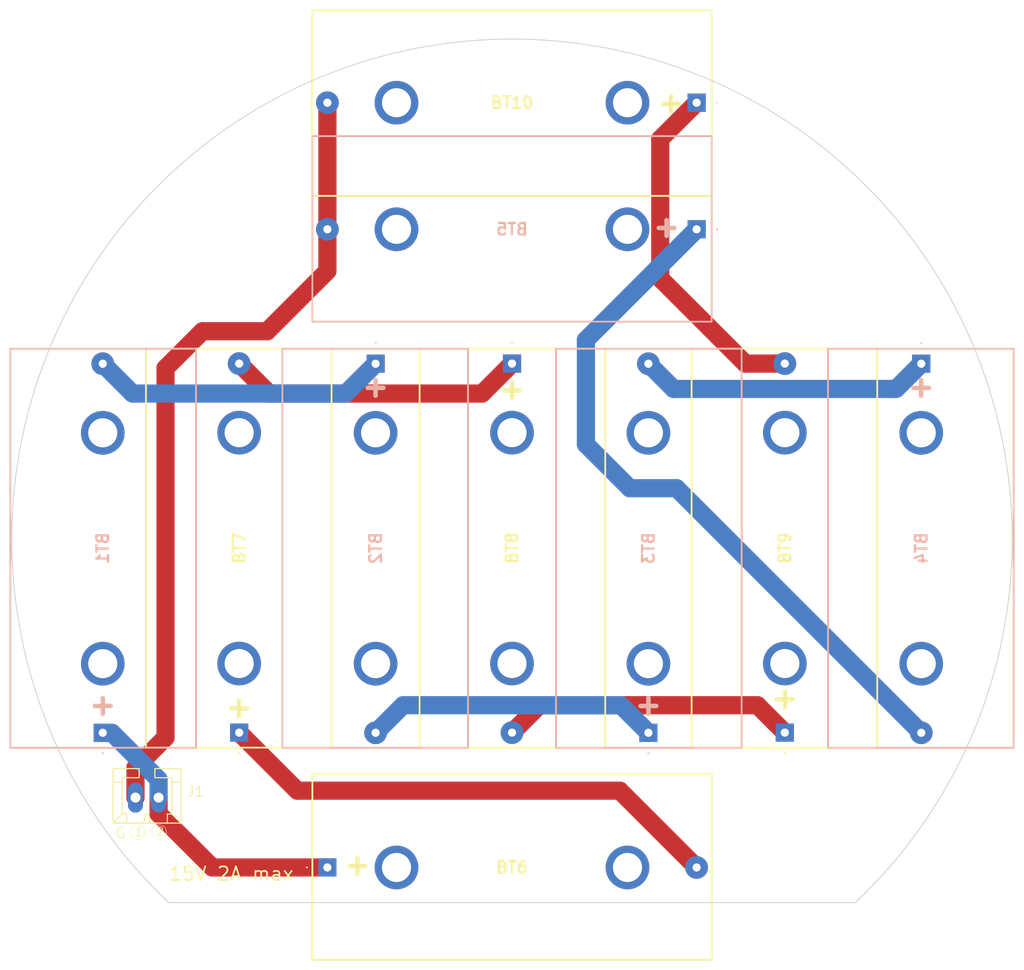
<source format=kicad_pcb>
(kicad_pcb (version 20221018) (generator pcbnew)
  (layers (0 "F.Cu" signal) (31 "B.Cu" signal) (34 "B.Paste" user) (35 "F.Paste" user) (36 "B.SilkS" user "B.Silkscreen") (37 "F.SilkS" user "F.Silkscreen") (38 "B.Mask" user) (39 "F.Mask" user) (44 "Edge.Cuts" user))
  (net 0 "")
  (net 1 "Net-(BT1-+)")
  (net 2 "Net-(BT1--)")
  (net 3 "Net-(BT2--)")
  (net 4 "Net-(BT3--)")
  (net 5 "Net-(BT4--)")
  (net 6 "Net-(BT10--)")
  (net 7 "Net-(BT6--)")
  (net 8 "Net-(BT7--)")
  (net 9 "Net-(BT8--)")
  (net 10 "Net-(BT10-+)")
  (footprint "KiCad:CR123APC" (layer "F.Cu") (at 114.78 119.09 90)
    (fp_text reference "BT7" (at 20.3 0 90) (layer "F.SilkS") (effects (font (size 1.27 1.27) (thickness 0.254))))
    (fp_text value "Battery_Cell" hide)
    (fp_line (start -2.3 0) (end -2.3 0) (stroke (width 0.1)) (layer "F.SilkS"))
    (fp_line (start -2.2 0) (end -2.2 0) (stroke (width 0.1)) (layer "F.SilkS"))
    (fp_line (start -1.65 -10.25) (end -1.65 10.16) (stroke (width 0.2)) (layer "F.SilkS"))
    (fp_line (start -1.65 10.16) (end 42.25 10.16) (stroke (width 0.2)) (layer "F.SilkS"))
    (fp_line (start 42.25 -10.25) (end -1.65 -10.25) (stroke (width 0.2)) (layer "F.SilkS"))
    (fp_line (start 42.25 10.16) (end 42.25 -10.25) (stroke (width 0.2)) (layer "F.SilkS"))
    (fp_arc (start -2.3 0) (mid -2.25 -0.05) (end -2.2 0) (stroke (width 0.1)) (layer "F.SilkS"))
    (fp_arc (start -2.2 0) (mid -2.25 0.05) (end -2.3 0) (stroke (width 0.1)) (layer "F.SilkS"))
    (pad "1" thru_hole rect (at 0 0 90) (size 2 2) (drill 0.9) (layers "*.Cu" "*.Mask") (net 7 "Net-(BT6--)"))
    (pad "2" thru_hole circle (at 40.6 0 90) (size 2.5 2.5) (drill 0.9) (layers "*.Cu" "*.Mask") (net 8 "Net-(BT7--)"))
    (pad "MH1" thru_hole circle (at 7.6 0 90) (size 4.8 4.8) (drill 3.2) (layers "*.Cu" "*.Mask"))
    (pad "MH2" thru_hole circle (at 33 0 90) (size 4.8 4.8) (drill 3.2) (layers "*.Cu" "*.Mask"))
  )
  (footprint "MountingHole:MountingHole_4.5mm" (layer "F.Cu") (at 174.78 127.79)
    (fp_text reference "REF**" hide)
    (fp_text value "MountingHole_4.5mm" hide)
    (pad "" np_thru_hole circle (at 0 0) (size 4.5 4.5) (drill 4.5) (layers "*.Cu" "*.Mask"))
  )
  (footprint "MountingHole:MountingHole_4.5mm" (layer "F.Cu") (at 174.78 67.79)
    (fp_text reference "REF**" hide)
    (fp_text value "MountingHole_4.5mm" hide)
    (pad "" np_thru_hole circle (at 0 0) (size 4.5 4.5) (drill 4.5) (layers "*.Cu" "*.Mask"))
  )
  (footprint "MountingHole:MountingHole_4.5mm" (layer "F.Cu") (at 114.78 67.79)
    (fp_text reference "REF**" hide)
    (fp_text value "MountingHole_4.5mm" hide)
    (pad "" np_thru_hole circle (at 0 0) (size 4.5 4.5) (drill 4.5) (layers "*.Cu" "*.Mask"))
  )
  (footprint "KiCad:CR123APC" (layer "F.Cu") (at 165.08 49.79 180)
    (fp_text reference "BT10" (at 20.3 0) (layer "F.SilkS") (effects (font (size 1.27 1.27) (thickness 0.254))))
    (fp_text value "Battery_Cell" hide)
    (fp_line (start -2.3 0) (end -2.3 0) (stroke (width 0.1)) (layer "F.SilkS"))
    (fp_line (start -2.2 0) (end -2.2 0) (stroke (width 0.1)) (layer "F.SilkS"))
    (fp_line (start -1.65 -10.25) (end -1.65 10.16) (stroke (width 0.2)) (layer "F.SilkS"))
    (fp_line (start -1.65 10.16) (end 42.25 10.16) (stroke (width 0.2)) (layer "F.SilkS"))
    (fp_line (start 42.25 -10.25) (end -1.65 -10.25) (stroke (width 0.2)) (layer "F.SilkS"))
    (fp_line (start 42.25 10.16) (end 42.25 -10.25) (stroke (width 0.2)) (layer "F.SilkS"))
    (fp_arc (start -2.3 0) (mid -2.25 -0.05) (end -2.2 0) (stroke (width 0.1)) (layer "F.SilkS"))
    (fp_arc (start -2.2 0) (mid -2.25 0.05) (end -2.3 0) (stroke (width 0.1)) (layer "F.SilkS"))
    (pad "1" thru_hole rect (at 0 0 180) (size 2 2) (drill 0.9) (layers "*.Cu" "*.Mask") (net 10 "Net-(BT10-+)"))
    (pad "2" thru_hole circle (at 40.6 0 180) (size 2.5 2.5) (drill 0.9) (layers "*.Cu" "*.Mask") (net 6 "Net-(BT10--)"))
    (pad "MH1" thru_hole circle (at 7.6 0 180) (size 4.8 4.8) (drill 3.2) (layers "*.Cu" "*.Mask"))
    (pad "MH2" thru_hole circle (at 33 0 180) (size 4.8 4.8) (drill 3.2) (layers "*.Cu" "*.Mask"))
  )
  (footprint "KiCad:CR123APC" (layer "F.Cu") (at 174.78 119.09 90)
    (fp_text reference "BT9" (at 20.3 0 90) (layer "F.SilkS") (effects (font (size 1.27 1.27) (thickness 0.254))))
    (fp_text value "Battery_Cell" hide)
    (fp_line (start -2.3 0) (end -2.3 0) (stroke (width 0.1)) (layer "F.SilkS"))
    (fp_line (start -2.2 0) (end -2.2 0) (stroke (width 0.1)) (layer "F.SilkS"))
    (fp_line (start -1.65 -10.25) (end -1.65 10.16) (stroke (width 0.2)) (layer "F.SilkS"))
    (fp_line (start -1.65 10.16) (end 42.25 10.16) (stroke (width 0.2)) (layer "F.SilkS"))
    (fp_line (start 42.25 -10.25) (end -1.65 -10.25) (stroke (width 0.2)) (layer "F.SilkS"))
    (fp_line (start 42.25 10.16) (end 42.25 -10.25) (stroke (width 0.2)) (layer "F.SilkS"))
    (fp_arc (start -2.3 0) (mid -2.25 -0.05) (end -2.2 0) (stroke (width 0.1)) (layer "F.SilkS"))
    (fp_arc (start -2.2 0) (mid -2.25 0.05) (end -2.3 0) (stroke (width 0.1)) (layer "F.SilkS"))
    (pad "1" thru_hole rect (at 0 0 90) (size 2 2) (drill 0.9) (layers "*.Cu" "*.Mask") (net 9 "Net-(BT8--)"))
    (pad "2" thru_hole circle (at 40.6 0 90) (size 2.5 2.5) (drill 0.9) (layers "*.Cu" "*.Mask") (net 10 "Net-(BT10-+)"))
    (pad "MH1" thru_hole circle (at 7.6 0 90) (size 4.8 4.8) (drill 3.2) (layers "*.Cu" "*.Mask"))
    (pad "MH2" thru_hole circle (at 33 0 90) (size 4.8 4.8) (drill 3.2) (layers "*.Cu" "*.Mask"))
  )
  (footprint "KiCad:CR123APC" (layer "F.Cu") (at 144.78 78.49 -90)
    (fp_text reference "BT8" (at 20.3 0 90) (layer "F.SilkS") (effects (font (size 1.27 1.27) (thickness 0.254))))
    (fp_text value "Battery_Cell" hide)
    (fp_line (start -2.3 0) (end -2.3 0) (stroke (width 0.1)) (layer "F.SilkS"))
    (fp_line (start -2.2 0) (end -2.2 0) (stroke (width 0.1)) (layer "F.SilkS"))
    (fp_line (start -1.65 -10.25) (end -1.65 10.16) (stroke (width 0.2)) (layer "F.SilkS"))
    (fp_line (start -1.65 10.16) (end 42.25 10.16) (stroke (width 0.2)) (layer "F.SilkS"))
    (fp_line (start 42.25 -10.25) (end -1.65 -10.25) (stroke (width 0.2)) (layer "F.SilkS"))
    (fp_line (start 42.25 10.16) (end 42.25 -10.25) (stroke (width 0.2)) (layer "F.SilkS"))
    (fp_arc (start -2.3 0) (mid -2.25 -0.05) (end -2.2 0) (stroke (width 0.1)) (layer "F.SilkS"))
    (fp_arc (start -2.2 0) (mid -2.25 0.05) (end -2.3 0) (stroke (width 0.1)) (layer "F.SilkS"))
    (pad "1" thru_hole rect (at 0 0 270) (size 2 2) (drill 0.9) (layers "*.Cu" "*.Mask") (net 8 "Net-(BT7--)"))
    (pad "2" thru_hole circle (at 40.6 0 270) (size 2.5 2.5) (drill 0.9) (layers "*.Cu" "*.Mask") (net 9 "Net-(BT8--)"))
    (pad "MH1" thru_hole circle (at 7.6 0 270) (size 4.8 4.8) (drill 3.2) (layers "*.Cu" "*.Mask"))
    (pad "MH2" thru_hole circle (at 33 0 270) (size 4.8 4.8) (drill 3.2) (layers "*.Cu" "*.Mask"))
  )
  (footprint "KiCad:CR123APC" (layer "F.Cu") (at 124.48 133.926)
    (fp_text reference "BT6" (at 20.3 0) (layer "F.SilkS") (effects (font (size 1.27 1.27) (thickness 0.254))))
    (fp_text value "Battery_Cell" hide)
    (fp_line (start -2.3 0) (end -2.3 0) (stroke (width 0.1)) (layer "F.SilkS"))
    (fp_line (start -2.2 0) (end -2.2 0) (stroke (width 0.1)) (layer "F.SilkS"))
    (fp_line (start -1.65 -10.25) (end -1.65 10.16) (stroke (width 0.2)) (layer "F.SilkS"))
    (fp_line (start -1.65 10.16) (end 42.25 10.16) (stroke (width 0.2)) (layer "F.SilkS"))
    (fp_line (start 42.25 -10.25) (end -1.65 -10.25) (stroke (width 0.2)) (layer "F.SilkS"))
    (fp_line (start 42.25 10.16) (end 42.25 -10.25) (stroke (width 0.2)) (layer "F.SilkS"))
    (fp_arc (start -2.3 0) (mid -2.25 -0.05) (end -2.2 0) (stroke (width 0.1)) (layer "F.SilkS"))
    (fp_arc (start -2.2 0) (mid -2.25 0.05) (end -2.3 0) (stroke (width 0.1)) (layer "F.SilkS"))
    (pad "1" thru_hole rect (at 0 0) (size 2 2) (drill 0.9) (layers "*.Cu" "*.Mask") (net 1 "Net-(BT1-+)"))
    (pad "2" thru_hole circle (at 40.6 0) (size 2.5 2.5) (drill 0.9) (layers "*.Cu" "*.Mask") (net 7 "Net-(BT6--)"))
    (pad "MH1" thru_hole circle (at 7.6 0) (size 4.8 4.8) (drill 3.2) (layers "*.Cu" "*.Mask"))
    (pad "MH2" thru_hole circle (at 33 0) (size 4.8 4.8) (drill 3.2) (layers "*.Cu" "*.Mask"))
  )
  (footprint "CONNECTOR:CONNECTOR_2-STRAIGHT" (layer "F.Cu") (at 104.648 126.238)
    (fp_text reference "J1" (at 4.27 0) (layer "F.SilkS") (effects (font (size 1.143 1.143) (thickness 0.127)) (justify left bottom)))
    (fp_text value "Conn_01x02_Socket")
    (fp_text user "2" (at 0.9525 4.318) (layer "F.SilkS") (effects (font (size 0.93472 0.93472) (thickness 0.08128)) (justify left bottom)))
    (fp_text user "1" (at -1.397 4.318) (layer "F.SilkS") (effects (font (size 0.93472 0.93472) (thickness 0.08128)) (justify left bottom)))
    (fp_text user "G" (at -3.556 4.572) (layer "F.SilkS") (effects (font (size 1.1684 1.1684) (thickness 0.1016)) (justify left bottom)))
    (fp_line (start -3.73 -3.19) (end -3.73 -1.69) (stroke (width 0.127)) (layer "F.SilkS"))
    (fp_line (start -3.73 -1.69) (end -3.73 2.81) (stroke (width 0.127)) (layer "F.SilkS"))
    (fp_line (start -3.73 -1.69) (end -2.73 -1.69) (stroke (width 0.127)) (layer "F.SilkS"))
    (fp_line (start -2.73 -2.19) (end -2.73 -1.69) (stroke (width 0.127)) (layer "F.SilkS"))
    (fp_line (start -2.73 -2.19) (end -0.865 -2.19) (stroke (width 0.127)) (layer "F.SilkS"))
    (fp_line (start -2.73 -1.69) (end -2.73 1.81) (stroke (width 0.127)) (layer "F.SilkS"))
    (fp_line (start -2.73 1.81) (end -3.73 2.81) (stroke (width 0.127)) (layer "F.SilkS"))
    (fp_line (start -2.73 1.81) (end -2.23 1.81) (stroke (width 0.127)) (layer "F.SilkS"))
    (fp_line (start -2.48 1.81) (end -2.23 1.81) (stroke (width 0.127)) (layer "F.SilkS"))
    (fp_line (start -2.23 1.81) (end -2.23 2.81) (stroke (width 0.127)) (layer "F.SilkS"))
    (fp_line (start -2.23 2.81) (end -1.98 2.81) (stroke (width 0.127)) (layer "F.SilkS"))
    (fp_line (start -0.865 -3.19) (end -3.73 -3.19) (stroke (width 0.127)) (layer "F.SilkS"))
    (fp_line (start -0.865 -2.19) (end -0.865 -3.19) (stroke (width 0.127)) (layer "F.SilkS"))
    (fp_line (start -0.127 1.778) (end -0.381 2.794) (stroke (width 0.127)) (layer "F.SilkS"))
    (fp_line (start -0.127 1.778) (end 0.127 1.778) (stroke (width 0.127)) (layer "F.SilkS"))
    (fp_line (start 0.127 1.778) (end 0.381 2.794) (stroke (width 0.127)) (layer "F.SilkS"))
    (fp_line (start 0.865 -3.19) (end 0.865 -2.19) (stroke (width 0.127)) (layer "F.SilkS"))
    (fp_line (start 0.865 -2.19) (end 2.73 -2.19) (stroke (width 0.127)) (layer "F.SilkS"))
    (fp_line (start 1.04 2.81) (end -3.73 2.81) (stroke (width 0.127)) (layer "F.SilkS"))
    (fp_line (start 1.04 2.81) (end 0.23 2.81) (stroke (width 0.127)) (layer "F.SilkS"))
    (fp_line (start 2.23 1.81) (end 2.23 2.81) (stroke (width 0.127)) (layer "F.SilkS"))
    (fp_line (start 2.23 2.81) (end 1.04 2.81) (stroke (width 0.127)) (layer "F.SilkS"))
    (fp_line (start 2.23 2.81) (end 3.73 2.81) (stroke (width 0.127)) (layer "F.SilkS"))
    (fp_line (start 2.73 -2.19) (end 2.73 -1.69) (stroke (width 0.127)) (layer "F.SilkS"))
    (fp_line (start 2.73 -1.69) (end 2.73 1.81) (stroke (width 0.127)) (layer "F.SilkS"))
    (fp_line (start 2.73 1.81) (end 2.23 1.81) (stroke (width 0.127)) (layer "F.SilkS"))
    (fp_line (start 2.73 1.81) (end 3.73 2.81) (stroke (width 0.127)) (layer "F.SilkS"))
    (fp_line (start 3.73 -3.19) (end 0.865 -3.19) (stroke (width 0.127)) (layer "F.SilkS"))
    (fp_line (start 3.73 -3.19) (end 3.73 -1.69) (stroke (width 0.127)) (layer "F.SilkS"))
    (fp_line (start 3.73 -1.69) (end 2.73 -1.69) (stroke (width 0.127)) (layer "F.SilkS"))
    (fp_line (start 3.73 -1.69) (end 3.73 2.81) (stroke (width 0.127)) (layer "F.SilkS"))
    (fp_circle (center -1.016 3.81) (end -0.2128 3.81) (stroke (width 0.0508)) (fill none) (layer "F.SilkS"))
    (fp_circle (center 1.3335 3.81) (end 2.1367 3.81) (stroke (width 0.0508)) (fill none) (layer "F.SilkS"))
    (pad "1" thru_hole oval (at -1.27 0 90) (size 3.3 1.65) (drill 1.1) (layers "*.Cu" "*.Mask") (net 6 "Net-(BT10--)"))
    (pad "2" thru_hole oval (at 1.27 0 90) (size 3.3 1.65) (drill 1.1) (layers "*.Cu" "*.Mask") (net 1 "Net-(BT1-+)"))
  )
  (footprint "MountingHole:MountingHole_4.5mm" (layer "F.Cu") (at 114.78 127.79)
    (fp_text reference "REF**" hide)
    (fp_text value "MountingHole_4.5mm" hide)
    (pad "" np_thru_hole circle (at 0 0) (size 4.5 4.5) (drill 4.5) (layers "*.Cu" "*.Mask"))
  )
  (footprint "KiCad:CR123APC" (layer "B.Cu") (at 165.08 63.718 180)
    (fp_text reference "BT5" (at 20.3 0) (layer "B.SilkS") (effects (font (size 1.27 1.27) (thickness 0.254)) (justify mirror)))
    (fp_text value "Battery_Cell" hide)
    (fp_line (start -2.3 0) (end -2.3 0) (stroke (width 0.1)) (layer "B.SilkS"))
    (fp_line (start -2.2 0) (end -2.2 0) (stroke (width 0.1)) (layer "B.SilkS"))
    (fp_line (start -1.65 -10.16) (end 42.25 -10.16) (stroke (width 0.2)) (layer "B.SilkS"))
    (fp_line (start -1.65 10.25) (end -1.65 -10.16) (stroke (width 0.2)) (layer "B.SilkS"))
    (fp_line (start 42.25 -10.16) (end 42.25 10.25) (stroke (width 0.2)) (layer "B.SilkS"))
    (fp_line (start 42.25 10.25) (end -1.65 10.25) (stroke (width 0.2)) (layer "B.SilkS"))
    (fp_arc (start -2.3 0) (mid -2.25 -0.05) (end -2.2 0) (stroke (width 0.1)) (layer "B.SilkS"))
    (fp_arc (start -2.2 0) (mid -2.25 0.05) (end -2.3 0) (stroke (width 0.1)) (layer "B.SilkS"))
    (pad "1" thru_hole rect (at 0 0 180) (size 2 2) (drill 0.9) (layers "*.Cu" "*.Mask") (net 5 "Net-(BT4--)"))
    (pad "2" thru_hole circle (at 40.6 0 180) (size 2.5 2.5) (drill 0.9) (layers "*.Cu" "*.Mask") (net 6 "Net-(BT10--)"))
    (pad "MH1" thru_hole circle (at 7.6 0 180) (size 4.8 4.8) (drill 3.2) (layers "*.Cu" "*.Mask"))
    (pad "MH2" thru_hole circle (at 33 0 180) (size 4.8 4.8) (drill 3.2) (layers "*.Cu" "*.Mask"))
  )
  (footprint "KiCad:CR123APC" (layer "B.Cu") (at 159.78 119.106 90)
    (fp_text reference "BT3" (at 20.3 0 90) (layer "B.SilkS") (effects (font (size 1.27 1.27) (thickness 0.254)) (justify mirror)))
    (fp_text value "Battery_Cell" hide)
    (fp_line (start -2.3 0) (end -2.3 0) (stroke (width 0.1)) (layer "B.SilkS"))
    (fp_line (start -2.2 0) (end -2.2 0) (stroke (width 0.1)) (layer "B.SilkS"))
    (fp_line (start -1.65 -10.16) (end 42.25 -10.16) (stroke (width 0.2)) (layer "B.SilkS"))
    (fp_line (start -1.65 10.25) (end -1.65 -10.16) (stroke (width 0.2)) (layer "B.SilkS"))
    (fp_line (start 42.25 -10.16) (end 42.25 10.25) (stroke (width 0.2)) (layer "B.SilkS"))
    (fp_line (start 42.25 10.25) (end -1.65 10.25) (stroke (width 0.2)) (layer "B.SilkS"))
    (fp_arc (start -2.3 0) (mid -2.25 -0.05) (end -2.2 0) (stroke (width 0.1)) (layer "B.SilkS"))
    (fp_arc (start -2.2 0) (mid -2.25 0.05) (end -2.3 0) (stroke (width 0.1)) (layer "B.SilkS"))
    (pad "1" thru_hole rect (at 0 0 90) (size 2 2) (drill 0.9) (layers "*.Cu" "*.Mask") (net 3 "Net-(BT2--)"))
    (pad "2" thru_hole circle (at 40.6 0 90) (size 2.5 2.5) (drill 0.9) (layers "*.Cu" "*.Mask") (net 4 "Net-(BT3--)"))
    (pad "MH1" thru_hole circle (at 7.6 0 90) (size 4.8 4.8) (drill 3.2) (layers "*.Cu" "*.Mask"))
    (pad "MH2" thru_hole circle (at 33 0 90) (size 4.8 4.8) (drill 3.2) (layers "*.Cu" "*.Mask"))
  )
  (footprint "KiCad:CR123APC" (layer "B.Cu") (at 189.78 78.506 -90)
    (fp_text reference "BT4" (at 20.3 0 90) (layer "B.SilkS") (effects (font (size 1.27 1.27) (thickness 0.254)) (justify mirror)))
    (fp_text value "Battery_Cell" hide)
    (fp_line (start -2.3 0) (end -2.3 0) (stroke (width 0.1)) (layer "B.SilkS"))
    (fp_line (start -2.2 0) (end -2.2 0) (stroke (width 0.1)) (layer "B.SilkS"))
    (fp_line (start -1.65 -10.16) (end 42.25 -10.16) (stroke (width 0.2)) (layer "B.SilkS"))
    (fp_line (start -1.65 10.25) (end -1.65 -10.16) (stroke (width 0.2)) (layer "B.SilkS"))
    (fp_line (start 42.25 -10.16) (end 42.25 10.25) (stroke (width 0.2)) (layer "B.SilkS"))
    (fp_line (start 42.25 10.25) (end -1.65 10.25) (stroke (width 0.2)) (layer "B.SilkS"))
    (fp_arc (start -2.3 0) (mid -2.25 -0.05) (end -2.2 0) (stroke (width 0.1)) (layer "B.SilkS"))
    (fp_arc (start -2.2 0) (mid -2.25 0.05) (end -2.3 0) (stroke (width 0.1)) (layer "B.SilkS"))
    (pad "1" thru_hole rect (at 0 0 270) (size 2 2) (drill 0.9) (layers "*.Cu" "*.Mask") (net 4 "Net-(BT3--)"))
    (pad "2" thru_hole circle (at 40.6 0 270) (size 2.5 2.5) (drill 0.9) (layers "*.Cu" "*.Mask") (net 5 "Net-(BT4--)"))
    (pad "MH1" thru_hole circle (at 7.6 0 270) (size 4.8 4.8) (drill 3.2) (layers "*.Cu" "*.Mask"))
    (pad "MH2" thru_hole circle (at 33 0 270) (size 4.8 4.8) (drill 3.2) (layers "*.Cu" "*.Mask"))
  )
  (footprint "KiCad:CR123APC" (layer "B.Cu") (at 99.78 119.106 90)
    (fp_text reference "BT1" (at 20.3 0 90) (layer "B.SilkS") (effects (font (size 1.27 1.27) (thickness 0.254)) (justify mirror)))
    (fp_text value "Battery_Cell" hide)
    (fp_line (start -2.3 0) (end -2.3 0) (stroke (width 0.1)) (layer "B.SilkS"))
    (fp_line (start -2.2 0) (end -2.2 0) (stroke (width 0.1)) (layer "B.SilkS"))
    (fp_line (start -1.65 -10.16) (end 42.25 -10.16) (stroke (width 0.2)) (layer "B.SilkS"))
    (fp_line (start -1.65 10.25) (end -1.65 -10.16) (stroke (width 0.2)) (layer "B.SilkS"))
    (fp_line (start 42.25 -10.16) (end 42.25 10.25) (stroke (width 0.2)) (layer "B.SilkS"))
    (fp_line (start 42.25 10.25) (end -1.65 10.25) (stroke (width 0.2)) (layer "B.SilkS"))
    (fp_arc (start -2.3 0) (mid -2.25 -0.05) (end -2.2 0) (stroke (width 0.1)) (layer "B.SilkS"))
    (fp_arc (start -2.2 0) (mid -2.25 0.05) (end -2.3 0) (stroke (width 0.1)) (layer "B.SilkS"))
    (pad "1" thru_hole rect (at 0 0 90) (size 2 2) (drill 0.9) (layers "*.Cu" "*.Mask") (net 1 "Net-(BT1-+)"))
    (pad "2" thru_hole circle (at 40.6 0 90) (size 2.5 2.5) (drill 0.9) (layers "*.Cu" "*.Mask") (net 2 "Net-(BT1--)"))
    (pad "MH1" thru_hole circle (at 7.6 0 90) (size 4.8 4.8) (drill 3.2) (layers "*.Cu" "*.Mask"))
    (pad "MH2" thru_hole circle (at 33 0 90) (size 4.8 4.8) (drill 3.2) (layers "*.Cu" "*.Mask"))
  )
  (footprint "KiCad:CR123APC" (layer "B.Cu") (at 129.78 78.506 -90)
    (fp_text reference "BT2" (at 20.3 0 90) (layer "B.SilkS") (effects (font (size 1.27 1.27) (thickness 0.254)) (justify mirror)))
    (fp_text value "Battery_Cell" hide)
    (fp_line (start -2.3 0) (end -2.3 0) (stroke (width 0.1)) (layer "B.SilkS"))
    (fp_line (start -2.2 0) (end -2.2 0) (stroke (width 0.1)) (layer "B.SilkS"))
    (fp_line (start -1.65 -10.16) (end 42.25 -10.16) (stroke (width 0.2)) (layer "B.SilkS"))
    (fp_line (start -1.65 10.25) (end -1.65 -10.16) (stroke (width 0.2)) (layer "B.SilkS"))
    (fp_line (start 42.25 -10.16) (end 42.25 10.25) (stroke (width 0.2)) (layer "B.SilkS"))
    (fp_line (start 42.25 10.25) (end -1.65 10.25) (stroke (width 0.2)) (layer "B.SilkS"))
    (fp_arc (start -2.3 0) (mid -2.25 -0.05) (end -2.2 0) (stroke (width 0.1)) (layer "B.SilkS"))
    (fp_arc (start -2.2 0) (mid -2.25 0.05) (end -2.3 0) (stroke (width 0.1)) (layer "B.SilkS"))
    (pad "1" thru_hole rect (at 0 0 270) (size 2 2) (drill 0.9) (layers "*.Cu" "*.Mask") (net 2 "Net-(BT1--)"))
    (pad "2" thru_hole circle (at 40.6 0 270) (size 2.5 2.5) (drill 0.9) (layers "*.Cu" "*.Mask") (net 3 "Net-(BT2--)"))
    (pad "MH1" thru_hole circle (at 7.6 0 270) (size 4.8 4.8) (drill 3.2) (layers "*.Cu" "*.Mask"))
    (pad "MH2" thru_hole circle (at 33 0 270) (size 4.8 4.8) (drill 3.2) (layers "*.Cu" "*.Mask"))
  )
  (gr_arc (start 107.03 137.79) (mid 144.78 42.789432) (end 182.53 137.79) (stroke (width 0.1)) (layer "Edge.Cuts"))
  (gr_line (start 107.03 137.79) (end 182.53 137.79) (stroke (width 0.1)) (layer "Edge.Cuts"))
  (gr_text "＋" (at 129.78 80.806 180) (layer "B.SilkS") (effects (font (size 3 3) (thickness 0.5) bold)))
  (gr_text "＋" (at 189.78 80.806 180) (layer "B.SilkS") (effects (font (size 3 3) (thickness 0.5) bold)))
  (gr_text "＋" (at 161.78 63.218 180) (layer "B.SilkS") (effects (font (size 3 3) (thickness 0.5) bold)))
  (gr_text "＋" (at 99.78 115.806 180) (layer "B.SilkS") (effects (font (size 3 3) (thickness 0.5) bold)))
  (gr_text "＋" (at 159.78 115.806 180) (layer "B.SilkS") (effects (font (size 3 3) (thickness 0.5) bold)))
  (gr_text "＋" (at 162.28 50.29) (layer "F.SilkS") (effects (font (size 3 3) (thickness 0.5) bold)))
  (gr_text "＋" (at 127.78 133.426 180) (layer "F.SilkS") (effects (font (size 3 3) (thickness 0.5) bold)))
  (gr_text "＋" (at 114.78 116.79) (layer "F.SilkS") (effects (font (size 3 3) (thickness 0.5) bold)))
  (gr_text "15V 2A max" (at 106.934 134.62) (layer "F.SilkS") (effects (font (size 1.5 1.5) (thickness 0.1875)) (justify left)))
  (gr_text "＋" (at 174.78 115.79) (layer "F.SilkS") (effects (font (size 3 3) (thickness 0.5) bold)))
  (gr_text "＋" (at 144.78 81.79) (layer "F.SilkS") (effects (font (size 3 3) (thickness 0.5) bold)))
  (segment (start 111.828 133.926) (end 124.48 133.926) (width 2) (layer "F.Cu") (net 1))
  (segment (start 105.918 128.016) (end 111.828 133.926) (width 2) (layer "F.Cu") (net 1))
  (segment (start 105.918 126.238) (end 105.918 128.016) (width 2) (layer "F.Cu") (net 1))
  (segment (start 105.918 124.238) (end 100.786 119.106) (width 2) (layer "B.Cu") (net 1))
  (segment (start 100.786 119.106) (end 99.78 119.106) (width 2) (layer "B.Cu") (net 1))
  (segment (start 105.918 126.238) (end 105.918 124.238) (width 2) (layer "B.Cu") (net 1))
  (segment (start 99.78 78.506) (end 103.062 81.788) (width 2) (layer "B.Cu") (net 2))
  (segment (start 126.498 81.788) (end 129.78 78.506) (width 2) (layer "B.Cu") (net 2))
  (segment (start 103.062 81.788) (end 126.498 81.788) (width 2) (layer "B.Cu") (net 2))
  (segment (start 132.808 116.078) (end 156.752 116.078) (width 2) (layer "B.Cu") (net 3))
  (segment (start 129.78 119.106) (end 132.808 116.078) (width 2) (layer "B.Cu") (net 3))
  (segment (start 156.752 116.078) (end 159.78 119.106) (width 2) (layer "B.Cu") (net 3))
  (segment (start 162.554 81.28) (end 187.006 81.28) (width 2) (layer "B.Cu") (net 4))
  (segment (start 187.006 81.28) (end 189.78 78.506) (width 2) (layer "B.Cu") (net 4))
  (segment (start 159.78 78.506) (end 162.554 81.28) (width 2) (layer "B.Cu") (net 4))
  (segment (start 157.734 92.202) (end 152.908 87.376) (width 2) (layer "B.Cu") (net 5))
  (segment (start 189.78 119.106) (end 162.876 92.202) (width 2) (layer "B.Cu") (net 5))
  (segment (start 162.876 92.202) (end 157.734 92.202) (width 2) (layer "B.Cu") (net 5))
  (segment (start 152.908 87.376) (end 152.908 75.89) (width 2) (layer "B.Cu") (net 5))
  (segment (start 152.908 75.89) (end 165.08 63.718) (width 2) (layer "B.Cu") (net 5))
  (segment (start 106.68 78.994) (end 106.68 119.634) (width 2) (layer "F.Cu") (net 6))
  (segment (start 124.48 68.306) (end 117.856 74.93) (width 2) (layer "F.Cu") (net 6))
  (segment (start 103.378 122.936) (end 103.378 126.238) (width 2) (layer "F.Cu") (net 6))
  (segment (start 124.48 63.718) (end 124.48 68.306) (width 2) (layer "F.Cu") (net 6))
  (segment (start 117.856 74.93) (end 110.744 74.93) (width 2) (layer "F.Cu") (net 6))
  (segment (start 110.744 74.93) (end 106.68 78.994) (width 2) (layer "F.Cu") (net 6))
  (segment (start 106.68 119.634) (end 103.378 122.936) (width 2) (layer "F.Cu") (net 6))
  (segment (start 124.48 49.79) (end 124.48 63.718) (width 2) (layer "F.Cu") (net 6))
  (segment (start 156.63 125.476) (end 121.166 125.476) (width 2) (layer "F.Cu") (net 7))
  (segment (start 165.08 133.926) (end 156.63 125.476) (width 2) (layer "F.Cu") (net 7))
  (segment (start 121.166 125.476) (end 114.78 119.09) (width 2) (layer "F.Cu") (net 7))
  (segment (start 118.078 81.788) (end 141.482 81.788) (width 2) (layer "F.Cu") (net 8))
  (segment (start 141.482 81.788) (end 144.78 78.49) (width 2) (layer "F.Cu") (net 8))
  (segment (start 114.78 78.49) (end 118.078 81.788) (width 2) (layer "F.Cu") (net 8))
  (segment (start 144.78 119.09) (end 147.792 116.078) (width 2) (layer "F.Cu") (net 9))
  (segment (start 147.792 116.078) (end 171.768 116.078) (width 2) (layer "F.Cu") (net 9))
  (segment (start 171.768 116.078) (end 174.78 119.09) (width 2) (layer "F.Cu") (net 9))
  (segment (start 174.78 78.49) (end 170.438 78.49) (width 2) (layer "F.Cu") (net 10))
  (segment (start 161.08 69.132) (end 161.08 53.79) (width 2) (layer "F.Cu") (net 10))
  (segment (start 170.438 78.49) (end 161.08 69.132) (width 2) (layer "F.Cu") (net 10))
  (segment (start 161.08 53.79) (end 165.08 49.79) (width 2) (layer "F.Cu") (net 10))
)
</source>
